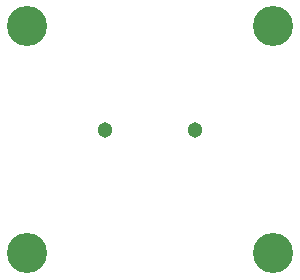
<source format=gbr>
G04 #@! TF.GenerationSoftware,KiCad,Pcbnew,5.1.0-rc2-unknown-036be7d~80~ubuntu16.04.1*
G04 #@! TF.CreationDate,2023-05-22T11:40:45+03:00*
G04 #@! TF.ProjectId,UEXT-PQ_Rev_A,55455854-2d50-4515-9f52-65765f412e6b,A*
G04 #@! TF.SameCoordinates,Original*
G04 #@! TF.FileFunction,Soldermask,Bot*
G04 #@! TF.FilePolarity,Negative*
%FSLAX46Y46*%
G04 Gerber Fmt 4.6, Leading zero omitted, Abs format (unit mm)*
G04 Created by KiCad (PCBNEW 5.1.0-rc2-unknown-036be7d~80~ubuntu16.04.1) date 2023-05-22 11:40:45*
%MOMM*%
%LPD*%
G04 APERTURE LIST*
%ADD10C,1.301600*%
%ADD11C,3.401600*%
G04 APERTURE END LIST*
D10*
X83190000Y-138600000D03*
X90810000Y-138600000D03*
D11*
X76600000Y-129800000D03*
X97400000Y-129800000D03*
X76600000Y-149000000D03*
X97400000Y-149000000D03*
M02*

</source>
